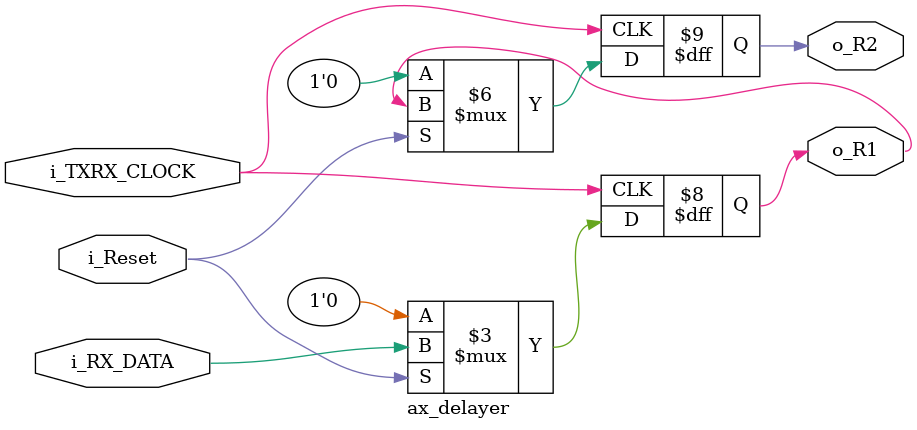
<source format=v>
module ax_delayer(
   input i_TXRX_CLOCK,
   input i_RX_DATA,
   input i_Reset,

    output reg o_R1,
    output reg o_R2
   );


always @(posedge i_TXRX_CLOCK) begin
    if (i_Reset) begin
        o_R2 = o_R1;
        o_R1 = i_RX_DATA;
    end
    else
    begin
        o_R1 = 0;
        o_R2 = 0;
    end
end


endmodule
</source>
